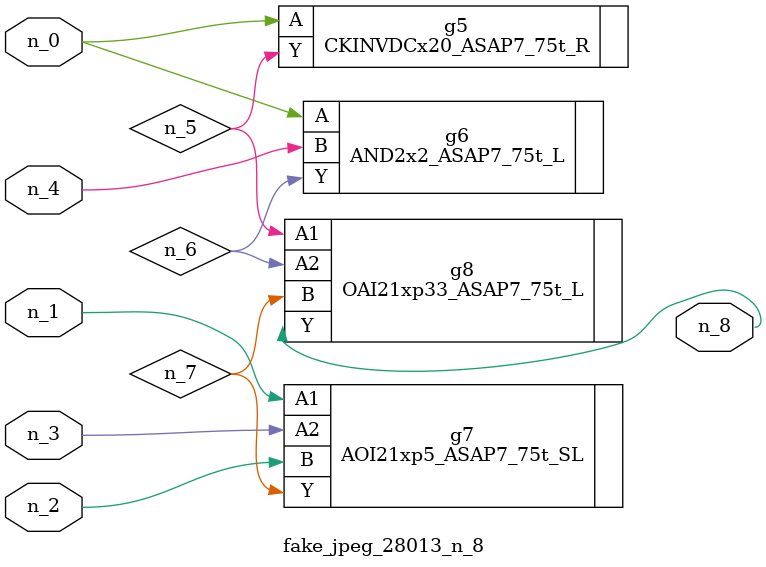
<source format=v>
module fake_jpeg_28013_n_8 (n_3, n_2, n_1, n_0, n_4, n_8);

input n_3;
input n_2;
input n_1;
input n_0;
input n_4;

output n_8;

wire n_6;
wire n_5;
wire n_7;

CKINVDCx20_ASAP7_75t_R g5 ( 
.A(n_0),
.Y(n_5)
);

AND2x2_ASAP7_75t_L g6 ( 
.A(n_0),
.B(n_4),
.Y(n_6)
);

AOI21xp5_ASAP7_75t_SL g7 ( 
.A1(n_1),
.A2(n_3),
.B(n_2),
.Y(n_7)
);

OAI21xp33_ASAP7_75t_L g8 ( 
.A1(n_5),
.A2(n_6),
.B(n_7),
.Y(n_8)
);


endmodule
</source>
